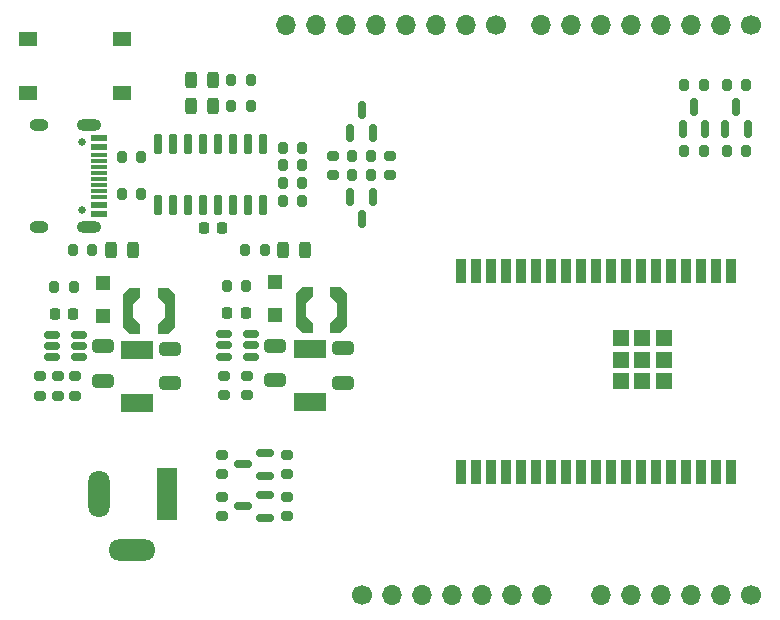
<source format=gbr>
%TF.GenerationSoftware,KiCad,Pcbnew,(6.0.9)*%
%TF.CreationDate,2023-07-14T01:44:04+02:00*%
%TF.ProjectId,Arduino_ESP,41726475-696e-46f5-9f45-53502e6b6963,rev?*%
%TF.SameCoordinates,Original*%
%TF.FileFunction,Soldermask,Top*%
%TF.FilePolarity,Negative*%
%FSLAX46Y46*%
G04 Gerber Fmt 4.6, Leading zero omitted, Abs format (unit mm)*
G04 Created by KiCad (PCBNEW (6.0.9)) date 2023-07-14 01:44:04*
%MOMM*%
%LPD*%
G01*
G04 APERTURE LIST*
G04 Aperture macros list*
%AMRoundRect*
0 Rectangle with rounded corners*
0 $1 Rounding radius*
0 $2 $3 $4 $5 $6 $7 $8 $9 X,Y pos of 4 corners*
0 Add a 4 corners polygon primitive as box body*
4,1,4,$2,$3,$4,$5,$6,$7,$8,$9,$2,$3,0*
0 Add four circle primitives for the rounded corners*
1,1,$1+$1,$2,$3*
1,1,$1+$1,$4,$5*
1,1,$1+$1,$6,$7*
1,1,$1+$1,$8,$9*
0 Add four rect primitives between the rounded corners*
20,1,$1+$1,$2,$3,$4,$5,0*
20,1,$1+$1,$4,$5,$6,$7,0*
20,1,$1+$1,$6,$7,$8,$9,0*
20,1,$1+$1,$8,$9,$2,$3,0*%
%AMFreePoly0*
4,1,11,1.015000,1.170000,0.435000,0.575000,0.435000,-0.575000,1.015000,-1.170000,1.015000,-1.945000,0.125000,-1.945000,-0.435000,-1.395000,-0.435000,1.395000,0.125000,1.945000,1.015000,1.945000,1.015000,1.170000,1.015000,1.170000,$1*%
%AMFreePoly1*
4,1,11,0.435000,1.395000,0.435000,-1.395000,-0.125000,-1.945000,-1.015000,-1.945000,-1.015000,-1.170000,-0.435000,-0.575000,-0.435000,0.575000,-1.015000,1.170000,-1.015000,1.945000,-0.125000,1.945000,0.435000,1.395000,0.435000,1.395000,$1*%
G04 Aperture macros list end*
%ADD10RoundRect,0.250000X-0.650000X0.325000X-0.650000X-0.325000X0.650000X-0.325000X0.650000X0.325000X0*%
%ADD11R,2.700000X1.500000*%
%ADD12RoundRect,0.150000X0.150000X-0.587500X0.150000X0.587500X-0.150000X0.587500X-0.150000X-0.587500X0*%
%ADD13RoundRect,0.200000X0.275000X-0.200000X0.275000X0.200000X-0.275000X0.200000X-0.275000X-0.200000X0*%
%ADD14RoundRect,0.200000X-0.200000X-0.275000X0.200000X-0.275000X0.200000X0.275000X-0.200000X0.275000X0*%
%ADD15RoundRect,0.200000X0.200000X0.275000X-0.200000X0.275000X-0.200000X-0.275000X0.200000X-0.275000X0*%
%ADD16R,1.550000X1.300000*%
%ADD17RoundRect,0.150000X0.587500X0.150000X-0.587500X0.150000X-0.587500X-0.150000X0.587500X-0.150000X0*%
%ADD18R,0.900000X2.000000*%
%ADD19R,1.330000X1.330000*%
%ADD20RoundRect,0.243750X0.243750X0.456250X-0.243750X0.456250X-0.243750X-0.456250X0.243750X-0.456250X0*%
%ADD21C,1.700000*%
%ADD22O,1.700000X1.700000*%
%ADD23RoundRect,0.200000X-0.275000X0.200000X-0.275000X-0.200000X0.275000X-0.200000X0.275000X0.200000X0*%
%ADD24RoundRect,0.225000X-0.225000X-0.250000X0.225000X-0.250000X0.225000X0.250000X-0.225000X0.250000X0*%
%ADD25RoundRect,0.150000X0.150000X-0.725000X0.150000X0.725000X-0.150000X0.725000X-0.150000X-0.725000X0*%
%ADD26R,1.200000X1.200000*%
%ADD27FreePoly0,0.000000*%
%ADD28FreePoly1,0.000000*%
%ADD29RoundRect,0.243750X-0.243750X-0.456250X0.243750X-0.456250X0.243750X0.456250X-0.243750X0.456250X0*%
%ADD30R,1.800000X4.400000*%
%ADD31O,1.800000X4.000000*%
%ADD32O,4.000000X1.800000*%
%ADD33RoundRect,0.150000X-0.512500X-0.150000X0.512500X-0.150000X0.512500X0.150000X-0.512500X0.150000X0*%
%ADD34RoundRect,0.150000X-0.150000X0.587500X-0.150000X-0.587500X0.150000X-0.587500X0.150000X0.587500X0*%
%ADD35C,0.650000*%
%ADD36R,1.450000X0.600000*%
%ADD37R,1.450000X0.300000*%
%ADD38O,2.100000X1.000000*%
%ADD39O,1.600000X1.000000*%
G04 APERTURE END LIST*
D10*
%TO.C,C5*%
X126200000Y-90025000D03*
X126200000Y-92975000D03*
%TD*%
D11*
%TO.C,D3*%
X143700000Y-94778200D03*
X143700000Y-90257000D03*
%TD*%
D12*
%TO.C,IC3*%
X147150000Y-71937500D03*
X149050000Y-71937500D03*
X148100000Y-70062500D03*
%TD*%
%TO.C,Q1*%
X175275000Y-71637500D03*
X177175000Y-71637500D03*
X176225000Y-69762500D03*
%TD*%
D13*
%TO.C,R29*%
X136237500Y-100850000D03*
X136237500Y-99200000D03*
%TD*%
D14*
%TO.C,R14*%
X127775000Y-74000000D03*
X129425000Y-74000000D03*
%TD*%
%TO.C,R4*%
X179000000Y-67900000D03*
X180650000Y-67900000D03*
%TD*%
D15*
%TO.C,R7*%
X148925000Y-75500000D03*
X147275000Y-75500000D03*
%TD*%
%TO.C,R8*%
X148925000Y-73900000D03*
X147275000Y-73900000D03*
%TD*%
D16*
%TO.C,SW1*%
X127775000Y-64050000D03*
X119825000Y-64050000D03*
X127775000Y-68550000D03*
X119825000Y-68550000D03*
%TD*%
D17*
%TO.C,Q3*%
X139937500Y-104525000D03*
X139937500Y-102625000D03*
X138062500Y-103575000D03*
%TD*%
D14*
%TO.C,R1*%
X175400000Y-73500000D03*
X177050000Y-73500000D03*
%TD*%
D18*
%TO.C,IC1*%
X179360000Y-83650000D03*
X178090000Y-83650000D03*
X176820000Y-83650000D03*
X175550000Y-83650000D03*
X174280000Y-83650000D03*
X173010000Y-83650000D03*
X171740000Y-83650000D03*
X170470000Y-83650000D03*
X169200000Y-83650000D03*
X167930000Y-83650000D03*
X166660000Y-83650000D03*
X165390000Y-83650000D03*
X164120000Y-83650000D03*
X162850000Y-83650000D03*
X161580000Y-83650000D03*
X160310000Y-83650000D03*
X159040000Y-83650000D03*
X157770000Y-83650000D03*
X156500000Y-83650000D03*
X156500000Y-100650000D03*
X157770000Y-100650000D03*
X159040000Y-100650000D03*
X160310000Y-100650000D03*
X161580000Y-100650000D03*
X162850000Y-100650000D03*
X164120000Y-100650000D03*
X165390000Y-100650000D03*
X166660000Y-100650000D03*
X167930000Y-100650000D03*
X169200000Y-100650000D03*
X170470000Y-100650000D03*
X171740000Y-100650000D03*
X173010000Y-100650000D03*
X174280000Y-100650000D03*
X175550000Y-100650000D03*
X176820000Y-100650000D03*
X178090000Y-100650000D03*
X179360000Y-100650000D03*
D19*
X173695000Y-89315000D03*
X171860000Y-89315000D03*
X170025000Y-89315000D03*
X170025000Y-91150000D03*
X170025000Y-92985000D03*
X171860000Y-92985000D03*
X173695000Y-92985000D03*
X173695000Y-91150000D03*
X171860000Y-91150000D03*
%TD*%
D13*
%TO.C,R6*%
X145700000Y-75525000D03*
X145700000Y-73875000D03*
%TD*%
D15*
%TO.C,R3*%
X177050000Y-67900000D03*
X175400000Y-67900000D03*
%TD*%
D10*
%TO.C,C7*%
X131900000Y-90225000D03*
X131900000Y-93175000D03*
%TD*%
D13*
%TO.C,R16*%
X123800000Y-94225000D03*
X123800000Y-92575000D03*
%TD*%
D14*
%TO.C,R19*%
X141400000Y-73200000D03*
X143050000Y-73200000D03*
%TD*%
%TO.C,R21*%
X141400000Y-76200000D03*
X143050000Y-76200000D03*
%TD*%
D20*
%TO.C,D1*%
X135512500Y-67500000D03*
X133637500Y-67500000D03*
%TD*%
D21*
%TO.C,J1*%
X181100000Y-62800000D03*
D22*
X178560000Y-62800000D03*
X176020000Y-62800000D03*
X173480000Y-62800000D03*
X170940000Y-62800000D03*
X168400000Y-62800000D03*
X165860000Y-62800000D03*
X163320000Y-62800000D03*
%TD*%
D21*
%TO.C,J2*%
X159500000Y-62800000D03*
D22*
X156960000Y-62800000D03*
X154420000Y-62800000D03*
X151880000Y-62800000D03*
X149340000Y-62800000D03*
X146800000Y-62800000D03*
X144260000Y-62800000D03*
X141720000Y-62800000D03*
%TD*%
D23*
%TO.C,R28*%
X136237500Y-102750000D03*
X136237500Y-104400000D03*
%TD*%
D24*
%TO.C,C1*%
X134725000Y-80000000D03*
X136275000Y-80000000D03*
%TD*%
D10*
%TO.C,C4*%
X146500000Y-90168000D03*
X146500000Y-93118000D03*
%TD*%
D25*
%TO.C,U1*%
X130855000Y-78075000D03*
X132125000Y-78075000D03*
X133395000Y-78075000D03*
X134665000Y-78075000D03*
X135935000Y-78075000D03*
X137205000Y-78075000D03*
X138475000Y-78075000D03*
X139745000Y-78075000D03*
X139745000Y-72925000D03*
X138475000Y-72925000D03*
X137205000Y-72925000D03*
X135935000Y-72925000D03*
X134665000Y-72925000D03*
X133395000Y-72925000D03*
X132125000Y-72925000D03*
X130855000Y-72925000D03*
%TD*%
D14*
%TO.C,R11*%
X137075000Y-69700000D03*
X138725000Y-69700000D03*
%TD*%
D17*
%TO.C,Q4*%
X139925000Y-100975000D03*
X139925000Y-99075000D03*
X138050000Y-100025000D03*
%TD*%
D12*
%TO.C,Q2*%
X178875000Y-71637500D03*
X180775000Y-71637500D03*
X179825000Y-69762500D03*
%TD*%
D21*
%TO.C,J4*%
X148160000Y-111100000D03*
D22*
X150700000Y-111100000D03*
X153240000Y-111100000D03*
X155780000Y-111100000D03*
X158320000Y-111100000D03*
X160860000Y-111100000D03*
X163400000Y-111100000D03*
%TD*%
D10*
%TO.C,C2*%
X140800000Y-89968000D03*
X140800000Y-92918000D03*
%TD*%
D26*
%TO.C,D4*%
X140800000Y-84600000D03*
X140800000Y-87400000D03*
%TD*%
D27*
%TO.C,L1*%
X142935000Y-86943000D03*
D28*
X146465000Y-86943000D03*
%TD*%
D29*
%TO.C,D5*%
X141400000Y-81900000D03*
X143275000Y-81900000D03*
%TD*%
D26*
%TO.C,D7*%
X126200000Y-84700000D03*
X126200000Y-87500000D03*
%TD*%
D30*
%TO.C,J5*%
X131650000Y-102500000D03*
D31*
X125850000Y-102500000D03*
D32*
X128650000Y-107300000D03*
%TD*%
D24*
%TO.C,C6*%
X122125000Y-87300000D03*
X123675000Y-87300000D03*
%TD*%
D13*
%TO.C,R25*%
X122350000Y-94225000D03*
X122350000Y-92575000D03*
%TD*%
D23*
%TO.C,R5*%
X150500000Y-73875000D03*
X150500000Y-75525000D03*
%TD*%
D14*
%TO.C,R2*%
X179000000Y-73500000D03*
X180650000Y-73500000D03*
%TD*%
%TO.C,R15*%
X127775000Y-77100000D03*
X129425000Y-77100000D03*
%TD*%
D33*
%TO.C,U3*%
X121862500Y-89050000D03*
X121862500Y-90000000D03*
X121862500Y-90950000D03*
X124137500Y-90950000D03*
X124137500Y-90000000D03*
X124137500Y-89050000D03*
%TD*%
D14*
%TO.C,R20*%
X141400000Y-74700000D03*
X143050000Y-74700000D03*
%TD*%
D15*
%TO.C,R17*%
X123725000Y-85000000D03*
X122075000Y-85000000D03*
%TD*%
%TO.C,R12*%
X138325000Y-84943000D03*
X136675000Y-84943000D03*
%TD*%
D33*
%TO.C,U2*%
X136462500Y-88993000D03*
X136462500Y-89943000D03*
X136462500Y-90893000D03*
X138737500Y-90893000D03*
X138737500Y-89943000D03*
X138737500Y-88993000D03*
%TD*%
D29*
%TO.C,D8*%
X126837500Y-81900000D03*
X128712500Y-81900000D03*
%TD*%
D15*
%TO.C,R24*%
X125300000Y-81900000D03*
X123650000Y-81900000D03*
%TD*%
D23*
%TO.C,R13*%
X136400000Y-92518000D03*
X136400000Y-94168000D03*
%TD*%
%TO.C,R18*%
X120900000Y-92575000D03*
X120900000Y-94225000D03*
%TD*%
D13*
%TO.C,R9*%
X138400000Y-94168000D03*
X138400000Y-92518000D03*
%TD*%
D21*
%TO.C,J3*%
X181100000Y-111100000D03*
D22*
X178560000Y-111100000D03*
X176020000Y-111100000D03*
X173480000Y-111100000D03*
X170940000Y-111100000D03*
X168400000Y-111100000D03*
%TD*%
D34*
%TO.C,IC2*%
X149050000Y-77362500D03*
X147150000Y-77362500D03*
X148100000Y-79237500D03*
%TD*%
D14*
%TO.C,R10*%
X137075000Y-67500000D03*
X138725000Y-67500000D03*
%TD*%
D15*
%TO.C,R23*%
X139900000Y-81900000D03*
X138250000Y-81900000D03*
%TD*%
D24*
%TO.C,C3*%
X136725000Y-87243000D03*
X138275000Y-87243000D03*
%TD*%
D11*
%TO.C,D6*%
X129100000Y-94835200D03*
X129100000Y-90314000D03*
%TD*%
D14*
%TO.C,R22*%
X141400000Y-77700000D03*
X143050000Y-77700000D03*
%TD*%
D27*
%TO.C,L2*%
X128335000Y-87000000D03*
D28*
X131865000Y-87000000D03*
%TD*%
D20*
%TO.C,D2*%
X135537500Y-69700000D03*
X133662500Y-69700000D03*
%TD*%
D13*
%TO.C,R27*%
X141737500Y-100850000D03*
X141737500Y-99200000D03*
%TD*%
%TO.C,R26*%
X141750000Y-104400000D03*
X141750000Y-102750000D03*
%TD*%
D35*
%TO.C,J6*%
X124440000Y-72710000D03*
X124440000Y-78490000D03*
D36*
X125885000Y-72350000D03*
X125885000Y-73150000D03*
D37*
X125885000Y-74350000D03*
X125885000Y-75350000D03*
X125885000Y-75850000D03*
X125885000Y-76850000D03*
D36*
X125885000Y-78050000D03*
X125885000Y-78850000D03*
X125885000Y-78850000D03*
X125885000Y-78050000D03*
D37*
X125885000Y-77350000D03*
X125885000Y-76350000D03*
X125885000Y-74850000D03*
X125885000Y-73850000D03*
D36*
X125885000Y-73150000D03*
X125885000Y-72350000D03*
D38*
X124970000Y-79920000D03*
X124970000Y-71280000D03*
D39*
X120790000Y-79920000D03*
X120790000Y-71280000D03*
%TD*%
M02*

</source>
